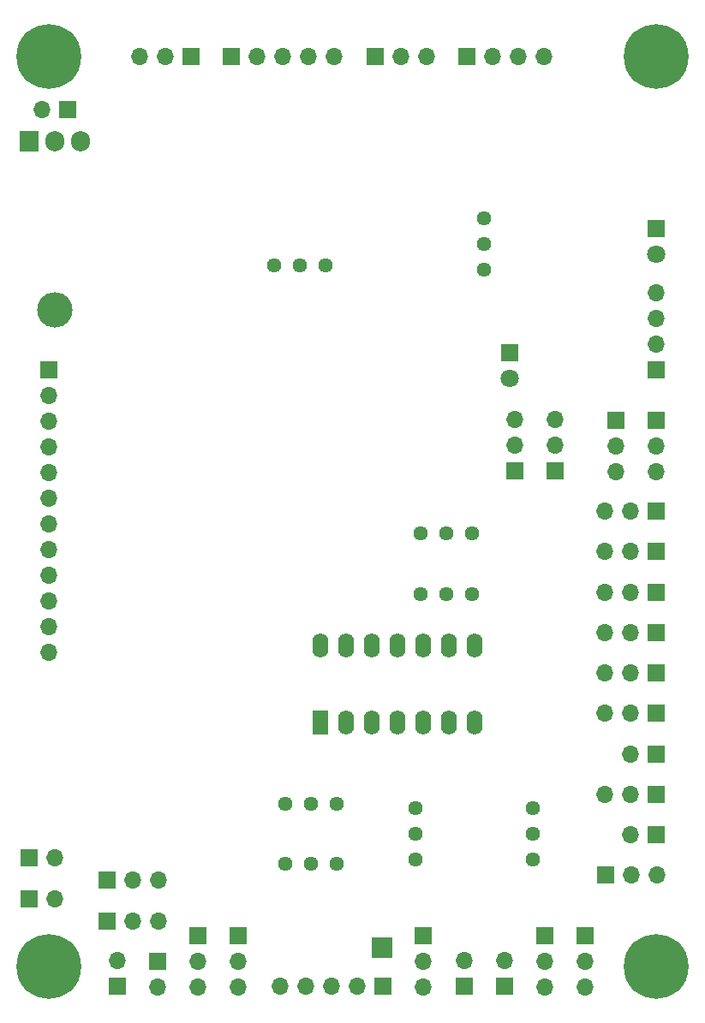
<source format=gts>
G04 #@! TF.GenerationSoftware,KiCad,Pcbnew,(5.1.9)-1*
G04 #@! TF.CreationDate,2021-08-29T17:24:44+02:00*
G04 #@! TF.ProjectId,pcb,7063622e-6b69-4636-9164-5f7063625858,Rev. A*
G04 #@! TF.SameCoordinates,Original*
G04 #@! TF.FileFunction,Soldermask,Top*
G04 #@! TF.FilePolarity,Negative*
%FSLAX46Y46*%
G04 Gerber Fmt 4.6, Leading zero omitted, Abs format (unit mm)*
G04 Created by KiCad (PCBNEW (5.1.9)-1) date 2021-08-29 17:24:44*
%MOMM*%
%LPD*%
G01*
G04 APERTURE LIST*
%ADD10C,1.440000*%
%ADD11O,1.700000X1.700000*%
%ADD12R,1.700000X1.700000*%
%ADD13O,1.600000X2.400000*%
%ADD14R,1.600000X2.400000*%
%ADD15C,1.800000*%
%ADD16R,1.800000X1.800000*%
%ADD17C,0.800000*%
%ADD18C,6.400000*%
%ADD19O,1.905000X2.000000*%
%ADD20R,1.905000X2.000000*%
%ADD21O,3.500000X3.500000*%
%ADD22R,2.000000X2.000000*%
G04 APERTURE END LIST*
D10*
X127200000Y-75700000D03*
X129740000Y-75700000D03*
X132280000Y-75700000D03*
X148000000Y-71020000D03*
X148000000Y-73560000D03*
X148000000Y-76100000D03*
D11*
X153920000Y-55000000D03*
X151380000Y-55000000D03*
X148840000Y-55000000D03*
D12*
X146300000Y-55000000D03*
D10*
X146780000Y-102200000D03*
X144240000Y-102200000D03*
X141700000Y-102200000D03*
D11*
X105000000Y-113940000D03*
X105000000Y-111400000D03*
X105000000Y-108860000D03*
X105000000Y-106320000D03*
X105000000Y-103780000D03*
X105000000Y-101240000D03*
X105000000Y-98700000D03*
X105000000Y-96160000D03*
X105000000Y-93620000D03*
X105000000Y-91080000D03*
X105000000Y-88540000D03*
D12*
X105000000Y-86000000D03*
D10*
X152800000Y-134480000D03*
X152800000Y-131940000D03*
X152800000Y-129400000D03*
D13*
X131800000Y-113280000D03*
X147040000Y-120900000D03*
X134340000Y-113280000D03*
X144500000Y-120900000D03*
X136880000Y-113280000D03*
X141960000Y-120900000D03*
X139420000Y-113280000D03*
X139420000Y-120900000D03*
X141960000Y-113280000D03*
X136880000Y-120900000D03*
X144500000Y-113280000D03*
X134340000Y-120900000D03*
X147040000Y-113280000D03*
D14*
X131800000Y-120900000D03*
D10*
X133380000Y-128900000D03*
X130840000Y-128900000D03*
X128300000Y-128900000D03*
D11*
X155000000Y-90920000D03*
X155000000Y-93460000D03*
D12*
X155000000Y-96000000D03*
D11*
X158000000Y-147080000D03*
X158000000Y-144540000D03*
D12*
X158000000Y-142000000D03*
D11*
X165080000Y-136000000D03*
X162540000Y-136000000D03*
D12*
X160000000Y-136000000D03*
D11*
X159920000Y-104000000D03*
X162460000Y-104000000D03*
D12*
X165000000Y-104000000D03*
D11*
X159920000Y-120000000D03*
X162460000Y-120000000D03*
D12*
X165000000Y-120000000D03*
D11*
X161000000Y-96080000D03*
X161000000Y-93540000D03*
D12*
X161000000Y-91000000D03*
D15*
X165000000Y-74540000D03*
D16*
X165000000Y-72000000D03*
D11*
X165000000Y-96080000D03*
X165000000Y-93540000D03*
D12*
X165000000Y-91000000D03*
D11*
X165000000Y-78380000D03*
X165000000Y-80920000D03*
X165000000Y-83460000D03*
D12*
X165000000Y-86000000D03*
D11*
X113900000Y-55000000D03*
X116440000Y-55000000D03*
D12*
X118980000Y-55000000D03*
D17*
X106697056Y-143302944D03*
X105000000Y-142600000D03*
X103302944Y-143302944D03*
X102600000Y-145000000D03*
X103302944Y-146697056D03*
X105000000Y-147400000D03*
X106697056Y-146697056D03*
X107400000Y-145000000D03*
D18*
X105000000Y-145000000D03*
D17*
X166697056Y-143302944D03*
X165000000Y-142600000D03*
X163302944Y-143302944D03*
X162600000Y-145000000D03*
X163302944Y-146697056D03*
X165000000Y-147400000D03*
X166697056Y-146697056D03*
X167400000Y-145000000D03*
D18*
X165000000Y-145000000D03*
D17*
X166697056Y-53302944D03*
X165000000Y-52600000D03*
X163302944Y-53302944D03*
X162600000Y-55000000D03*
X163302944Y-56697056D03*
X165000000Y-57400000D03*
X166697056Y-56697056D03*
X167400000Y-55000000D03*
D18*
X165000000Y-55000000D03*
D17*
X106697056Y-53302944D03*
X105000000Y-52600000D03*
X103302944Y-53302944D03*
X102600000Y-55000000D03*
X103302944Y-56697056D03*
X105000000Y-57400000D03*
X106697056Y-56697056D03*
X107400000Y-55000000D03*
D18*
X105000000Y-55000000D03*
D11*
X115700000Y-147040000D03*
D12*
X115700000Y-144500000D03*
D19*
X108080000Y-63400000D03*
X105540000Y-63400000D03*
D20*
X103000000Y-63400000D03*
D21*
X105540000Y-80060000D03*
D22*
X137900000Y-143200000D03*
D11*
X123700000Y-147080000D03*
X123700000Y-144540000D03*
D12*
X123700000Y-142000000D03*
X111700000Y-147000000D03*
D11*
X111700000Y-144460000D03*
D12*
X110700000Y-140500000D03*
D11*
X113240000Y-140500000D03*
X115780000Y-140500000D03*
D12*
X103000000Y-138300000D03*
D11*
X105540000Y-138300000D03*
X142000000Y-147080000D03*
X142000000Y-144540000D03*
D12*
X142000000Y-142000000D03*
D11*
X150000000Y-144460000D03*
D12*
X150000000Y-147000000D03*
D11*
X159920000Y-128000000D03*
X162460000Y-128000000D03*
D12*
X165000000Y-128000000D03*
D11*
X162460000Y-124000000D03*
D12*
X165000000Y-124000000D03*
D11*
X162460000Y-132000000D03*
D12*
X165000000Y-132000000D03*
D11*
X119700000Y-147080000D03*
X119700000Y-144540000D03*
D12*
X119700000Y-142000000D03*
D10*
X141200000Y-134480000D03*
X141200000Y-131940000D03*
X141200000Y-129400000D03*
D11*
X154000000Y-147080000D03*
X154000000Y-144540000D03*
D12*
X154000000Y-142000000D03*
D11*
X115780000Y-136500000D03*
X113240000Y-136500000D03*
D12*
X110700000Y-136500000D03*
D10*
X133380000Y-134900000D03*
X130840000Y-134900000D03*
X128300000Y-134900000D03*
D11*
X159920000Y-116000000D03*
X162460000Y-116000000D03*
D12*
X165000000Y-116000000D03*
D11*
X159920000Y-112000000D03*
X162460000Y-112000000D03*
D12*
X165000000Y-112000000D03*
D11*
X159920000Y-108000000D03*
X162460000Y-108000000D03*
D12*
X165000000Y-108000000D03*
D11*
X159920000Y-100000000D03*
X162460000Y-100000000D03*
D12*
X165000000Y-100000000D03*
D11*
X151000000Y-90920000D03*
X151000000Y-93460000D03*
D12*
X151000000Y-96000000D03*
D10*
X146780000Y-108200000D03*
X144240000Y-108200000D03*
X141700000Y-108200000D03*
D11*
X142280000Y-55000000D03*
X139740000Y-55000000D03*
D12*
X137200000Y-55000000D03*
X103000000Y-134300000D03*
D11*
X105540000Y-134300000D03*
X146000000Y-144460000D03*
D12*
X146000000Y-147000000D03*
D11*
X127840000Y-147000000D03*
X130380000Y-147000000D03*
X132920000Y-147000000D03*
X135460000Y-147000000D03*
D12*
X138000000Y-147000000D03*
D11*
X133160000Y-55000000D03*
X130620000Y-55000000D03*
X128080000Y-55000000D03*
X125540000Y-55000000D03*
D12*
X123000000Y-55000000D03*
D11*
X104260000Y-60300000D03*
D12*
X106800000Y-60300000D03*
D15*
X150500000Y-86840000D03*
D16*
X150500000Y-84300000D03*
M02*

</source>
